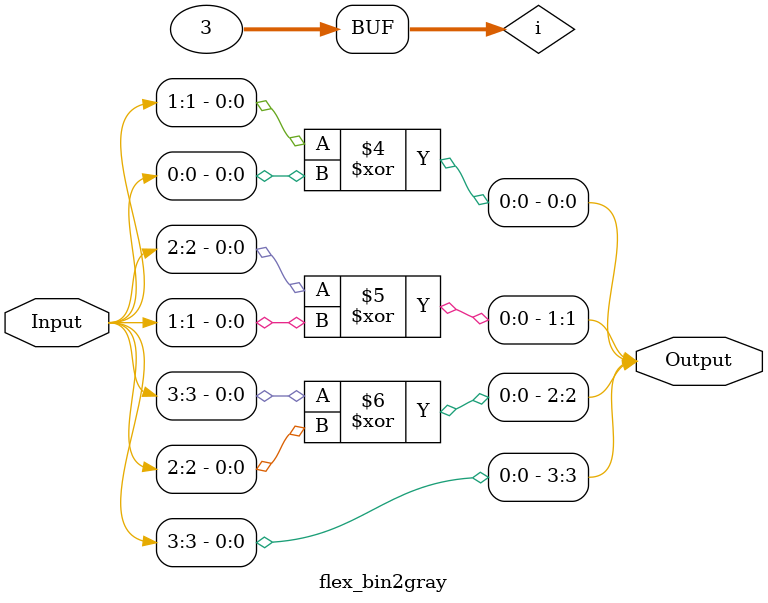
<source format=sv>

module flex_bin2gray
#(
	parameter bin2gray = 1, // set to 0 for gray2bin
	parameter width = 4
)
(
	input logic [width-1:0] Input, //binary input
	output logic [width-1:0] Output //gray code output
);

int i;

always_comb
begin
	//Output[width-1] = Input[width-1];
	Output = Input;
	if(bin2gray)
	  begin
		for(i=0;i<width-1;i++)
			Output[i] = Input[i+1] ^ Input[i];
	  end
	else
	  begin
		for(i=width-2;i>=0;i--)
			Output[i] = Output[i+1] ^ Input[i];
	  end
end

endmodule
</source>
